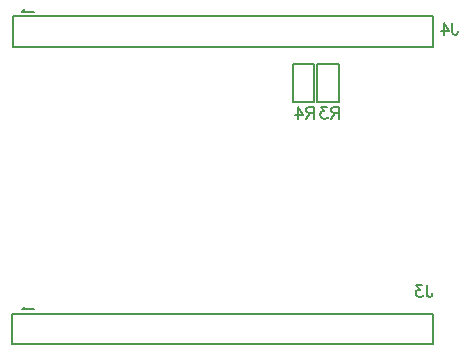
<source format=gbo>
G04*
G04 #@! TF.GenerationSoftware,Altium Limited,Altium Designer,20.0.2 (26)*
G04*
G04 Layer_Color=32896*
%FSLAX44Y44*%
%MOMM*%
G71*
G01*
G75*
%ADD11C,0.2000*%
%ADD12C,0.1500*%
D11*
X524200Y263000D02*
Y289000D01*
X168200Y263000D02*
X524200D01*
X168200D02*
Y289000D01*
X524200D01*
X423000Y216000D02*
Y248000D01*
X405000Y216000D02*
X423000D01*
X405000D02*
Y248000D01*
X423000D01*
X444000Y216000D02*
Y248000D01*
X426000Y216000D02*
X444000D01*
X426000D02*
Y248000D01*
X444000D01*
X167800Y37000D02*
X523800D01*
X167800Y11000D02*
Y37000D01*
Y11000D02*
X523800D01*
Y37000D01*
D12*
X178106Y295000D02*
X177630Y294048D01*
X176202Y292620D01*
X186200D01*
X177707Y43000D02*
X177230Y42048D01*
X175802Y40620D01*
X185800D01*
X423000Y211998D02*
Y202000D01*
Y211998D02*
X418715D01*
X417287Y211522D01*
X416811Y211046D01*
X416335Y210093D01*
Y209141D01*
X416811Y208189D01*
X417287Y207713D01*
X418715Y207237D01*
X423000D01*
X419667D02*
X416335Y202000D01*
X409336Y211998D02*
X414097Y205333D01*
X406956D01*
X409336Y211998D02*
Y202000D01*
X444000Y211998D02*
Y202000D01*
Y211998D02*
X439715D01*
X438287Y211522D01*
X437811Y211046D01*
X437335Y210093D01*
Y209141D01*
X437811Y208189D01*
X438287Y207713D01*
X439715Y207237D01*
X444000D01*
X440667D02*
X437335Y202000D01*
X434145Y211998D02*
X428908D01*
X431764Y208189D01*
X430336D01*
X429384Y207713D01*
X428908Y207237D01*
X428432Y205809D01*
Y204856D01*
X428908Y203428D01*
X429860Y202476D01*
X431288Y202000D01*
X432717D01*
X434145Y202476D01*
X434621Y202952D01*
X435097Y203904D01*
X540239Y282998D02*
Y275380D01*
X540715Y273952D01*
X541191Y273476D01*
X542144Y273000D01*
X543096D01*
X544048Y273476D01*
X544524Y273952D01*
X545000Y275380D01*
Y276333D01*
X532907Y282998D02*
X537668Y276333D01*
X530527D01*
X532907Y282998D02*
Y273000D01*
X518541Y61170D02*
Y53552D01*
X519017Y52124D01*
X519493Y51648D01*
X520446Y51172D01*
X521398D01*
X522350Y51648D01*
X522826Y52124D01*
X523302Y53552D01*
Y54505D01*
X515018Y61170D02*
X509781D01*
X512638Y57361D01*
X511209D01*
X510257Y56885D01*
X509781Y56409D01*
X509305Y54981D01*
Y54029D01*
X509781Y52600D01*
X510733Y51648D01*
X512161Y51172D01*
X513590D01*
X515018Y51648D01*
X515494Y52124D01*
X515970Y53076D01*
M02*

</source>
